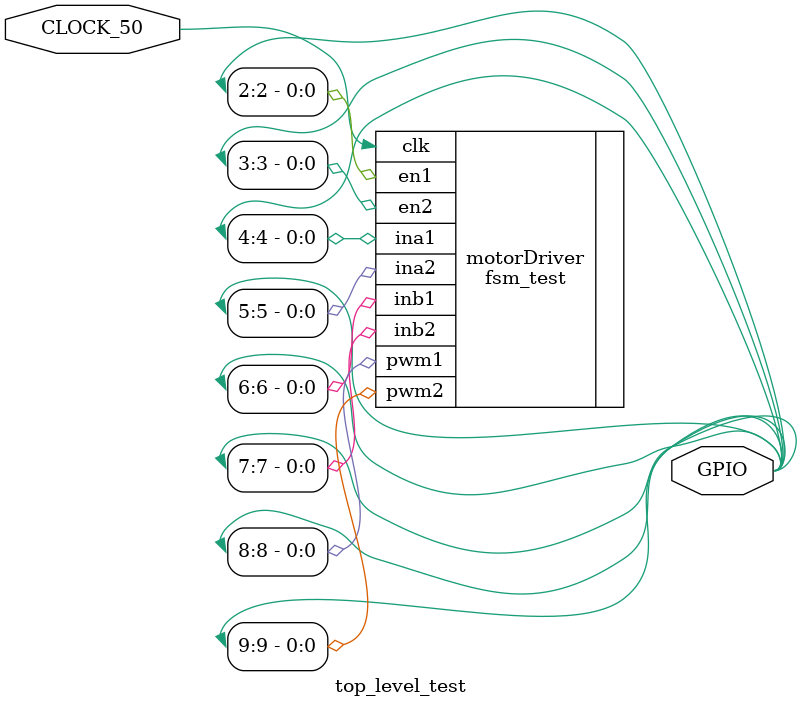
<source format=sv>
module top_level_test (
    input logic CLOCK_50,
    output logic [9:2] GPIO
);

    fsm_test motorDriver(
            .clk(CLOCK_50), 
            .en1(GPIO[2]),
            .en2(GPIO[3]),
            .pwm1(GPIO[8]),
            .pwm2(GPIO[9]), 
            .ina1(GPIO[4]), 
            .inb1(GPIO[6]),
            .ina2(GPIO[5]),
            .inb2(GPIO[7])
    );

endmodule

</source>
